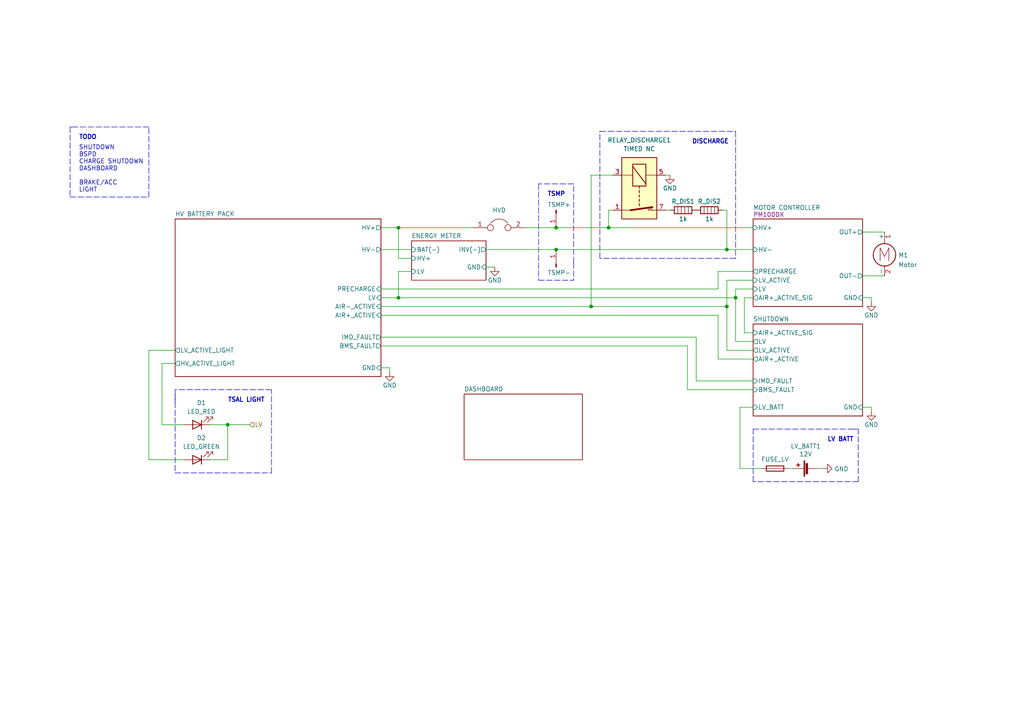
<source format=kicad_sch>
(kicad_sch (version 20211123) (generator eeschema)

  (uuid b1086f75-01ba-4188-8d36-75a9e2828ca9)

  (paper "A4")

  (lib_symbols
    (symbol "Connector:Conn_01x01_Male" (pin_names (offset 1.016) hide) (in_bom yes) (on_board yes)
      (property "Reference" "J" (id 0) (at 0 2.54 0)
        (effects (font (size 1.27 1.27)))
      )
      (property "Value" "Conn_01x01_Male" (id 1) (at 0 -2.54 0)
        (effects (font (size 1.27 1.27)))
      )
      (property "Footprint" "" (id 2) (at 0 0 0)
        (effects (font (size 1.27 1.27)) hide)
      )
      (property "Datasheet" "~" (id 3) (at 0 0 0)
        (effects (font (size 1.27 1.27)) hide)
      )
      (property "ki_keywords" "connector" (id 4) (at 0 0 0)
        (effects (font (size 1.27 1.27)) hide)
      )
      (property "ki_description" "Generic connector, single row, 01x01, script generated (kicad-library-utils/schlib/autogen/connector/)" (id 5) (at 0 0 0)
        (effects (font (size 1.27 1.27)) hide)
      )
      (property "ki_fp_filters" "Connector*:*" (id 6) (at 0 0 0)
        (effects (font (size 1.27 1.27)) hide)
      )
      (symbol "Conn_01x01_Male_1_1"
        (polyline
          (pts
            (xy 1.27 0)
            (xy 0.8636 0)
          )
          (stroke (width 0.1524) (type default) (color 0 0 0 0))
          (fill (type none))
        )
        (rectangle (start 0.8636 0.127) (end 0 -0.127)
          (stroke (width 0.1524) (type default) (color 0 0 0 0))
          (fill (type outline))
        )
        (pin passive line (at 5.08 0 180) (length 3.81)
          (name "Pin_1" (effects (font (size 1.27 1.27))))
          (number "1" (effects (font (size 1.27 1.27))))
        )
      )
    )
    (symbol "Device:Battery_Cell" (pin_numbers hide) (pin_names (offset 0) hide) (in_bom yes) (on_board yes)
      (property "Reference" "BT" (id 0) (at 2.54 2.54 0)
        (effects (font (size 1.27 1.27)) (justify left))
      )
      (property "Value" "Battery_Cell" (id 1) (at 2.54 0 0)
        (effects (font (size 1.27 1.27)) (justify left))
      )
      (property "Footprint" "" (id 2) (at 0 1.524 90)
        (effects (font (size 1.27 1.27)) hide)
      )
      (property "Datasheet" "~" (id 3) (at 0 1.524 90)
        (effects (font (size 1.27 1.27)) hide)
      )
      (property "ki_keywords" "battery cell" (id 4) (at 0 0 0)
        (effects (font (size 1.27 1.27)) hide)
      )
      (property "ki_description" "Single-cell battery" (id 5) (at 0 0 0)
        (effects (font (size 1.27 1.27)) hide)
      )
      (symbol "Battery_Cell_0_1"
        (rectangle (start -2.286 1.778) (end 2.286 1.524)
          (stroke (width 0) (type default) (color 0 0 0 0))
          (fill (type outline))
        )
        (rectangle (start -1.5748 1.1938) (end 1.4732 0.6858)
          (stroke (width 0) (type default) (color 0 0 0 0))
          (fill (type outline))
        )
        (polyline
          (pts
            (xy 0 0.762)
            (xy 0 0)
          )
          (stroke (width 0) (type default) (color 0 0 0 0))
          (fill (type none))
        )
        (polyline
          (pts
            (xy 0 1.778)
            (xy 0 2.54)
          )
          (stroke (width 0) (type default) (color 0 0 0 0))
          (fill (type none))
        )
        (polyline
          (pts
            (xy 0.508 3.429)
            (xy 1.524 3.429)
          )
          (stroke (width 0.254) (type default) (color 0 0 0 0))
          (fill (type none))
        )
        (polyline
          (pts
            (xy 1.016 3.937)
            (xy 1.016 2.921)
          )
          (stroke (width 0.254) (type default) (color 0 0 0 0))
          (fill (type none))
        )
      )
      (symbol "Battery_Cell_1_1"
        (pin passive line (at 0 5.08 270) (length 2.54)
          (name "+" (effects (font (size 1.27 1.27))))
          (number "1" (effects (font (size 1.27 1.27))))
        )
        (pin passive line (at 0 -2.54 90) (length 2.54)
          (name "-" (effects (font (size 1.27 1.27))))
          (number "2" (effects (font (size 1.27 1.27))))
        )
      )
    )
    (symbol "Device:Fuse" (pin_numbers hide) (pin_names (offset 0)) (in_bom yes) (on_board yes)
      (property "Reference" "F" (id 0) (at 2.032 0 90)
        (effects (font (size 1.27 1.27)))
      )
      (property "Value" "Fuse" (id 1) (at -1.905 0 90)
        (effects (font (size 1.27 1.27)))
      )
      (property "Footprint" "" (id 2) (at -1.778 0 90)
        (effects (font (size 1.27 1.27)) hide)
      )
      (property "Datasheet" "~" (id 3) (at 0 0 0)
        (effects (font (size 1.27 1.27)) hide)
      )
      (property "ki_keywords" "fuse" (id 4) (at 0 0 0)
        (effects (font (size 1.27 1.27)) hide)
      )
      (property "ki_description" "Fuse" (id 5) (at 0 0 0)
        (effects (font (size 1.27 1.27)) hide)
      )
      (property "ki_fp_filters" "*Fuse*" (id 6) (at 0 0 0)
        (effects (font (size 1.27 1.27)) hide)
      )
      (symbol "Fuse_0_1"
        (rectangle (start -0.762 -2.54) (end 0.762 2.54)
          (stroke (width 0.254) (type default) (color 0 0 0 0))
          (fill (type none))
        )
        (polyline
          (pts
            (xy 0 2.54)
            (xy 0 -2.54)
          )
          (stroke (width 0) (type default) (color 0 0 0 0))
          (fill (type none))
        )
      )
      (symbol "Fuse_1_1"
        (pin passive line (at 0 3.81 270) (length 1.27)
          (name "~" (effects (font (size 1.27 1.27))))
          (number "1" (effects (font (size 1.27 1.27))))
        )
        (pin passive line (at 0 -3.81 90) (length 1.27)
          (name "~" (effects (font (size 1.27 1.27))))
          (number "2" (effects (font (size 1.27 1.27))))
        )
      )
    )
    (symbol "Device:Heater" (pin_numbers hide) (pin_names (offset 0)) (in_bom yes) (on_board yes)
      (property "Reference" "R" (id 0) (at 2.032 0 90)
        (effects (font (size 1.27 1.27)))
      )
      (property "Value" "Heater" (id 1) (at -2.032 0 90)
        (effects (font (size 1.27 1.27)))
      )
      (property "Footprint" "" (id 2) (at -1.778 0 90)
        (effects (font (size 1.27 1.27)) hide)
      )
      (property "Datasheet" "~" (id 3) (at 0 0 0)
        (effects (font (size 1.27 1.27)) hide)
      )
      (property "ki_keywords" "heater R resistor" (id 4) (at 0 0 0)
        (effects (font (size 1.27 1.27)) hide)
      )
      (property "ki_description" "Resistive heater" (id 5) (at 0 0 0)
        (effects (font (size 1.27 1.27)) hide)
      )
      (symbol "Heater_0_1"
        (rectangle (start -1.016 -2.54) (end 1.016 2.54)
          (stroke (width 0.254) (type default) (color 0 0 0 0))
          (fill (type none))
        )
        (polyline
          (pts
            (xy -1.016 1.524)
            (xy 1.016 1.524)
          )
          (stroke (width 0) (type default) (color 0 0 0 0))
          (fill (type none))
        )
        (polyline
          (pts
            (xy 1.016 -1.524)
            (xy -1.016 -1.524)
          )
          (stroke (width 0) (type default) (color 0 0 0 0))
          (fill (type none))
        )
        (polyline
          (pts
            (xy 1.016 -0.508)
            (xy -1.016 -0.508)
          )
          (stroke (width 0) (type default) (color 0 0 0 0))
          (fill (type none))
        )
        (polyline
          (pts
            (xy 1.016 0.508)
            (xy -1.016 0.508)
          )
          (stroke (width 0) (type default) (color 0 0 0 0))
          (fill (type none))
        )
      )
      (symbol "Heater_1_1"
        (pin passive line (at 0 3.81 270) (length 1.27)
          (name "~" (effects (font (size 1.27 1.27))))
          (number "1" (effects (font (size 1.27 1.27))))
        )
        (pin passive line (at 0 -3.81 90) (length 1.27)
          (name "~" (effects (font (size 1.27 1.27))))
          (number "2" (effects (font (size 1.27 1.27))))
        )
      )
    )
    (symbol "Device:Jumper" (pin_names (offset 0.762) hide) (in_bom yes) (on_board yes)
      (property "Reference" "JP" (id 0) (at 0 3.81 0)
        (effects (font (size 1.27 1.27)))
      )
      (property "Value" "Device_Jumper" (id 1) (at 0 -2.032 0)
        (effects (font (size 1.27 1.27)))
      )
      (property "Footprint" "" (id 2) (at 0 0 0)
        (effects (font (size 1.27 1.27)) hide)
      )
      (property "Datasheet" "" (id 3) (at 0 0 0)
        (effects (font (size 1.27 1.27)) hide)
      )
      (property "ki_fp_filters" "SolderJumper* Jumper* TestPoint*2Pads* TestPoint*Bridge*" (id 4) (at 0 0 0)
        (effects (font (size 1.27 1.27)) hide)
      )
      (symbol "Jumper_0_1"
        (circle (center -2.54 0) (radius 0.889)
          (stroke (width 0) (type default) (color 0 0 0 0))
          (fill (type none))
        )
        (arc (start 2.5146 1.27) (mid 0.0127 2.5097) (end -2.4892 1.27)
          (stroke (width 0) (type default) (color 0 0 0 0))
          (fill (type none))
        )
        (circle (center 2.54 0) (radius 0.889)
          (stroke (width 0) (type default) (color 0 0 0 0))
          (fill (type none))
        )
        (pin passive line (at -7.62 0 0) (length 4.191)
          (name "1" (effects (font (size 1.27 1.27))))
          (number "1" (effects (font (size 1.27 1.27))))
        )
        (pin passive line (at 7.62 0 180) (length 4.191)
          (name "2" (effects (font (size 1.27 1.27))))
          (number "2" (effects (font (size 1.27 1.27))))
        )
      )
    )
    (symbol "Device:LED" (pin_numbers hide) (pin_names (offset 1.016) hide) (in_bom yes) (on_board yes)
      (property "Reference" "D" (id 0) (at 0 2.54 0)
        (effects (font (size 1.27 1.27)))
      )
      (property "Value" "LED" (id 1) (at 0 -2.54 0)
        (effects (font (size 1.27 1.27)))
      )
      (property "Footprint" "" (id 2) (at 0 0 0)
        (effects (font (size 1.27 1.27)) hide)
      )
      (property "Datasheet" "~" (id 3) (at 0 0 0)
        (effects (font (size 1.27 1.27)) hide)
      )
      (property "ki_keywords" "LED diode" (id 4) (at 0 0 0)
        (effects (font (size 1.27 1.27)) hide)
      )
      (property "ki_description" "Light emitting diode" (id 5) (at 0 0 0)
        (effects (font (size 1.27 1.27)) hide)
      )
      (property "ki_fp_filters" "LED* LED_SMD:* LED_THT:*" (id 6) (at 0 0 0)
        (effects (font (size 1.27 1.27)) hide)
      )
      (symbol "LED_0_1"
        (polyline
          (pts
            (xy -1.27 -1.27)
            (xy -1.27 1.27)
          )
          (stroke (width 0.254) (type default) (color 0 0 0 0))
          (fill (type none))
        )
        (polyline
          (pts
            (xy -1.27 0)
            (xy 1.27 0)
          )
          (stroke (width 0) (type default) (color 0 0 0 0))
          (fill (type none))
        )
        (polyline
          (pts
            (xy 1.27 -1.27)
            (xy 1.27 1.27)
            (xy -1.27 0)
            (xy 1.27 -1.27)
          )
          (stroke (width 0.254) (type default) (color 0 0 0 0))
          (fill (type none))
        )
        (polyline
          (pts
            (xy -3.048 -0.762)
            (xy -4.572 -2.286)
            (xy -3.81 -2.286)
            (xy -4.572 -2.286)
            (xy -4.572 -1.524)
          )
          (stroke (width 0) (type default) (color 0 0 0 0))
          (fill (type none))
        )
        (polyline
          (pts
            (xy -1.778 -0.762)
            (xy -3.302 -2.286)
            (xy -2.54 -2.286)
            (xy -3.302 -2.286)
            (xy -3.302 -1.524)
          )
          (stroke (width 0) (type default) (color 0 0 0 0))
          (fill (type none))
        )
      )
      (symbol "LED_1_1"
        (pin passive line (at -3.81 0 0) (length 2.54)
          (name "K" (effects (font (size 1.27 1.27))))
          (number "1" (effects (font (size 1.27 1.27))))
        )
        (pin passive line (at 3.81 0 180) (length 2.54)
          (name "A" (effects (font (size 1.27 1.27))))
          (number "2" (effects (font (size 1.27 1.27))))
        )
      )
    )
    (symbol "Motor:Motor_DC" (pin_names (offset 0)) (in_bom yes) (on_board yes)
      (property "Reference" "M" (id 0) (at 2.54 2.54 0)
        (effects (font (size 1.27 1.27)) (justify left))
      )
      (property "Value" "Motor_DC" (id 1) (at 2.54 -5.08 0)
        (effects (font (size 1.27 1.27)) (justify left top))
      )
      (property "Footprint" "" (id 2) (at 0 -2.286 0)
        (effects (font (size 1.27 1.27)) hide)
      )
      (property "Datasheet" "~" (id 3) (at 0 -2.286 0)
        (effects (font (size 1.27 1.27)) hide)
      )
      (property "ki_keywords" "DC Motor" (id 4) (at 0 0 0)
        (effects (font (size 1.27 1.27)) hide)
      )
      (property "ki_description" "DC Motor" (id 5) (at 0 0 0)
        (effects (font (size 1.27 1.27)) hide)
      )
      (property "ki_fp_filters" "PinHeader*P2.54mm* TerminalBlock*" (id 6) (at 0 0 0)
        (effects (font (size 1.27 1.27)) hide)
      )
      (symbol "Motor_DC_0_0"
        (polyline
          (pts
            (xy -1.27 -3.302)
            (xy -1.27 0.508)
            (xy 0 -2.032)
            (xy 1.27 0.508)
            (xy 1.27 -3.302)
          )
          (stroke (width 0) (type default) (color 0 0 0 0))
          (fill (type none))
        )
      )
      (symbol "Motor_DC_0_1"
        (circle (center 0 -1.524) (radius 3.2512)
          (stroke (width 0.254) (type default) (color 0 0 0 0))
          (fill (type none))
        )
        (polyline
          (pts
            (xy 0 -7.62)
            (xy 0 -7.112)
          )
          (stroke (width 0) (type default) (color 0 0 0 0))
          (fill (type none))
        )
        (polyline
          (pts
            (xy 0 -4.7752)
            (xy 0 -5.1816)
          )
          (stroke (width 0) (type default) (color 0 0 0 0))
          (fill (type none))
        )
        (polyline
          (pts
            (xy 0 1.7272)
            (xy 0 2.0828)
          )
          (stroke (width 0) (type default) (color 0 0 0 0))
          (fill (type none))
        )
        (polyline
          (pts
            (xy 0 2.032)
            (xy 0 2.54)
          )
          (stroke (width 0) (type default) (color 0 0 0 0))
          (fill (type none))
        )
      )
      (symbol "Motor_DC_1_1"
        (pin passive line (at 0 5.08 270) (length 2.54)
          (name "+" (effects (font (size 1.27 1.27))))
          (number "1" (effects (font (size 1.27 1.27))))
        )
        (pin passive line (at 0 -7.62 90) (length 2.54)
          (name "-" (effects (font (size 1.27 1.27))))
          (number "2" (effects (font (size 1.27 1.27))))
        )
      )
    )
    (symbol "Relay:MSxx-1Bxx-75" (in_bom yes) (on_board yes)
      (property "Reference" "K" (id 0) (at 8.89 3.81 0)
        (effects (font (size 1.27 1.27)) (justify left))
      )
      (property "Value" "MSxx-1Bxx-75" (id 1) (at 8.89 1.27 0)
        (effects (font (size 1.27 1.27)) (justify left))
      )
      (property "Footprint" "Relay_THT:Relay_SPST_StandexMeder_MS_Form1AB" (id 2) (at 8.89 -1.27 0)
        (effects (font (size 1.27 1.27)) (justify left) hide)
      )
      (property "Datasheet" "https://standexelectronics.com/de/produkte/ms-reed-relais/" (id 3) (at 0 0 0)
        (effects (font (size 1.27 1.27)) hide)
      )
      (property "ki_keywords" "Single Pole Reed Relay SPST" (id 4) (at 0 0 0)
        (effects (font (size 1.27 1.27)) hide)
      )
      (property "ki_description" "Standex Meder MS reed relay, SPST, Opening Contact" (id 5) (at 0 0 0)
        (effects (font (size 1.27 1.27)) hide)
      )
      (property "ki_fp_filters" "Relay*SPST*StandexMeder*MS*Form1AB*" (id 6) (at 0 0 0)
        (effects (font (size 1.27 1.27)) hide)
      )
      (symbol "MSxx-1Bxx-75_0_0"
        (polyline
          (pts
            (xy 5.08 5.08)
            (xy 5.08 2.54)
            (xy 4.445 3.175)
            (xy 5.08 3.81)
          )
          (stroke (width 0) (type default) (color 0 0 0 0))
          (fill (type none))
        )
      )
      (symbol "MSxx-1Bxx-75_0_1"
        (rectangle (start -10.16 5.08) (end 7.62 -5.08)
          (stroke (width 0.254) (type default) (color 0 0 0 0))
          (fill (type background))
        )
        (rectangle (start -8.255 1.905) (end -1.905 -1.905)
          (stroke (width 0.254) (type default) (color 0 0 0 0))
          (fill (type none))
        )
        (polyline
          (pts
            (xy -7.62 -1.905)
            (xy -2.54 1.905)
          )
          (stroke (width 0.254) (type default) (color 0 0 0 0))
          (fill (type none))
        )
        (polyline
          (pts
            (xy -5.08 -5.08)
            (xy -5.08 -1.905)
          )
          (stroke (width 0) (type default) (color 0 0 0 0))
          (fill (type none))
        )
        (polyline
          (pts
            (xy -5.08 5.08)
            (xy -5.08 1.905)
          )
          (stroke (width 0) (type default) (color 0 0 0 0))
          (fill (type none))
        )
        (polyline
          (pts
            (xy -1.905 0)
            (xy -1.27 0)
          )
          (stroke (width 0.254) (type default) (color 0 0 0 0))
          (fill (type none))
        )
        (polyline
          (pts
            (xy -0.635 0)
            (xy 0 0)
          )
          (stroke (width 0.254) (type default) (color 0 0 0 0))
          (fill (type none))
        )
        (polyline
          (pts
            (xy 0.635 0)
            (xy 1.27 0)
          )
          (stroke (width 0.254) (type default) (color 0 0 0 0))
          (fill (type none))
        )
        (polyline
          (pts
            (xy 1.905 0)
            (xy 2.54 0)
          )
          (stroke (width 0.254) (type default) (color 0 0 0 0))
          (fill (type none))
        )
        (polyline
          (pts
            (xy 3.175 0)
            (xy 3.81 0)
          )
          (stroke (width 0.254) (type default) (color 0 0 0 0))
          (fill (type none))
        )
        (polyline
          (pts
            (xy 5.08 -2.54)
            (xy 4.191 3.81)
          )
          (stroke (width 0.508) (type default) (color 0 0 0 0))
          (fill (type none))
        )
        (polyline
          (pts
            (xy 5.08 -2.54)
            (xy 5.08 -5.08)
          )
          (stroke (width 0) (type default) (color 0 0 0 0))
          (fill (type none))
        )
      )
      (symbol "MSxx-1Bxx-75_1_1"
        (pin passive line (at 5.08 -7.62 90) (length 2.54)
          (name "~" (effects (font (size 1.27 1.27))))
          (number "1" (effects (font (size 1.27 1.27))))
        )
        (pin passive line (at -5.08 -7.62 90) (length 2.54)
          (name "~" (effects (font (size 1.27 1.27))))
          (number "3" (effects (font (size 1.27 1.27))))
        )
        (pin passive line (at -5.08 7.62 270) (length 2.54)
          (name "~" (effects (font (size 1.27 1.27))))
          (number "5" (effects (font (size 1.27 1.27))))
        )
        (pin passive line (at 5.08 7.62 270) (length 2.54)
          (name "~" (effects (font (size 1.27 1.27))))
          (number "7" (effects (font (size 1.27 1.27))))
        )
      )
    )
    (symbol "power:GND" (power) (pin_names (offset 0)) (in_bom yes) (on_board yes)
      (property "Reference" "#PWR" (id 0) (at 0 -6.35 0)
        (effects (font (size 1.27 1.27)) hide)
      )
      (property "Value" "GND" (id 1) (at 0 -3.81 0)
        (effects (font (size 1.27 1.27)))
      )
      (property "Footprint" "" (id 2) (at 0 0 0)
        (effects (font (size 1.27 1.27)) hide)
      )
      (property "Datasheet" "" (id 3) (at 0 0 0)
        (effects (font (size 1.27 1.27)) hide)
      )
      (property "ki_keywords" "power-flag" (id 4) (at 0 0 0)
        (effects (font (size 1.27 1.27)) hide)
      )
      (property "ki_description" "Power symbol creates a global label with name \"GND\" , ground" (id 5) (at 0 0 0)
        (effects (font (size 1.27 1.27)) hide)
      )
      (symbol "GND_0_1"
        (polyline
          (pts
            (xy 0 0)
            (xy 0 -1.27)
            (xy 1.27 -1.27)
            (xy 0 -2.54)
            (xy -1.27 -1.27)
            (xy 0 -1.27)
          )
          (stroke (width 0) (type default) (color 0 0 0 0))
          (fill (type none))
        )
      )
      (symbol "GND_1_1"
        (pin power_in line (at 0 0 270) (length 0) hide
          (name "GND" (effects (font (size 1.27 1.27))))
          (number "1" (effects (font (size 1.27 1.27))))
        )
      )
    )
  )

  (junction (at 210.82 88.9) (diameter 0) (color 0 0 0 0)
    (uuid 06d02cfe-cca7-4537-9918-2ecd54e87125)
  )
  (junction (at 161.29 66.04) (diameter 0) (color 0 0 0 0)
    (uuid 07baaf2f-e443-4828-bec6-520c974bde25)
  )
  (junction (at 115.57 66.04) (diameter 0) (color 0 0 0 0)
    (uuid 5ba7d947-6525-4be2-970f-bb0d0cddf968)
  )
  (junction (at 171.45 88.9) (diameter 0) (color 0 0 0 0)
    (uuid 6f71588d-d0f9-4350-8a6b-d1f11e53fb71)
  )
  (junction (at 176.53 66.04) (diameter 0) (color 0 0 0 0)
    (uuid 9ca0e6b3-08af-4abb-82a9-408402f0d99f)
  )
  (junction (at 161.29 72.39) (diameter 0) (color 0 0 0 0)
    (uuid bbbf04a5-3880-4668-8200-87e9e298f199)
  )
  (junction (at 213.36 86.36) (diameter 0) (color 0 0 0 0)
    (uuid bf4901db-5f31-4972-ae0f-a98dae05f33a)
  )
  (junction (at 66.04 123.19) (diameter 0) (color 0 0 0 0)
    (uuid d4c9eb35-8450-46ad-b349-537ded4cc4e1)
  )
  (junction (at 210.82 72.39) (diameter 0) (color 0 0 0 0)
    (uuid e1799d81-7c26-4820-b55e-53db89fa7bb0)
  )
  (junction (at 115.57 86.36) (diameter 0) (color 0 0 0 0)
    (uuid f85141d5-5da6-4508-807b-c762cb3447c0)
  )

  (wire (pts (xy 115.57 78.74) (xy 115.57 86.36))
    (stroke (width 0) (type default) (color 0 0 0 0))
    (uuid 0438b46a-aa4c-4446-a9e9-839abbcc7adf)
  )
  (wire (pts (xy 176.53 66.04) (xy 218.44 66.04))
    (stroke (width 0) (type default) (color 0 0 0 0))
    (uuid 0f9ff346-23d5-483d-af89-5eab06a51fd9)
  )
  (wire (pts (xy 115.57 66.04) (xy 137.16 66.04))
    (stroke (width 0) (type default) (color 0 0 0 0))
    (uuid 15078d56-198c-4e31-a147-7203d161cb24)
  )
  (wire (pts (xy 208.28 104.14) (xy 218.44 104.14))
    (stroke (width 0) (type default) (color 0 0 0 0))
    (uuid 19327beb-dbfe-42fb-9ddd-21fa62be548c)
  )
  (wire (pts (xy 214.63 135.89) (xy 220.98 135.89))
    (stroke (width 0) (type default) (color 0 0 0 0))
    (uuid 1b131047-c0d0-4158-a199-627c6c24bebc)
  )
  (wire (pts (xy 161.29 72.39) (xy 210.82 72.39))
    (stroke (width 0) (type default) (color 0 0 0 0))
    (uuid 1cc4c2e5-26ef-407e-8077-cc3d440f4ca6)
  )
  (wire (pts (xy 43.18 133.35) (xy 53.34 133.35))
    (stroke (width 0) (type default) (color 0 0 0 0))
    (uuid 1d087588-914c-46fd-9425-9a611535f074)
  )
  (wire (pts (xy 176.53 60.96) (xy 176.53 66.04))
    (stroke (width 0) (type default) (color 0 0 0 0))
    (uuid 1edf8881-bdca-41e0-b3d5-9c561858087a)
  )
  (wire (pts (xy 218.44 86.36) (xy 215.9 86.36))
    (stroke (width 0) (type default) (color 0 0 0 0))
    (uuid 20ff8b31-80c5-4a86-8d1e-81e2a51cc0a5)
  )
  (wire (pts (xy 171.45 88.9) (xy 210.82 88.9))
    (stroke (width 0) (type default) (color 0 0 0 0))
    (uuid 21a465c8-5458-4a38-9beb-b1a719cbd649)
  )
  (polyline (pts (xy 166.37 76.2) (xy 166.37 81.28))
    (stroke (width 0) (type default) (color 0 0 0 0))
    (uuid 2f08ecff-0a5b-47bb-8228-3c3edb456567)
  )

  (wire (pts (xy 110.49 66.04) (xy 115.57 66.04))
    (stroke (width 0) (type default) (color 0 0 0 0))
    (uuid 33fe4010-5324-4030-8812-131e23b98123)
  )
  (wire (pts (xy 113.03 106.68) (xy 113.03 107.95))
    (stroke (width 0) (type default) (color 0 0 0 0))
    (uuid 35152c70-edb9-4f4e-81b0-dc46a5c8521a)
  )
  (wire (pts (xy 250.19 118.11) (xy 252.73 118.11))
    (stroke (width 0) (type default) (color 0 0 0 0))
    (uuid 3973a2ca-64dc-4c04-a866-cd7d9f67b119)
  )
  (wire (pts (xy 210.82 72.39) (xy 218.44 72.39))
    (stroke (width 0) (type default) (color 0 0 0 0))
    (uuid 40fda6d7-868f-489b-8dbf-3391588bb24b)
  )
  (polyline (pts (xy 213.36 74.93) (xy 173.99 74.93))
    (stroke (width 0) (type default) (color 0 0 0 0))
    (uuid 425be700-9a16-40e1-8659-416a6c0fc057)
  )

  (wire (pts (xy 152.4 66.04) (xy 161.29 66.04))
    (stroke (width 0) (type default) (color 0 0 0 0))
    (uuid 456d6b9b-907b-40b2-b98e-e81f3ba2249e)
  )
  (wire (pts (xy 50.8 105.41) (xy 46.99 105.41))
    (stroke (width 0) (type default) (color 0 0 0 0))
    (uuid 4fdf4c42-4d44-4f60-924f-c7bbbfdec28e)
  )
  (wire (pts (xy 199.39 100.33) (xy 199.39 113.03))
    (stroke (width 0) (type default) (color 0 0 0 0))
    (uuid 52f688da-92fd-4d5f-825d-25105785cebe)
  )
  (polyline (pts (xy 50.8 137.16) (xy 78.74 137.16))
    (stroke (width 0) (type default) (color 0 0 0 0))
    (uuid 531f1a26-5332-4c0c-84aa-8af3f4b60116)
  )

  (wire (pts (xy 50.8 101.6) (xy 43.18 101.6))
    (stroke (width 0) (type default) (color 0 0 0 0))
    (uuid 53632333-82bd-4c96-8660-2c2d344b430a)
  )
  (wire (pts (xy 110.49 97.79) (xy 201.93 97.79))
    (stroke (width 0) (type default) (color 0 0 0 0))
    (uuid 57137efd-14f1-4e31-9fb4-6ba23f92039a)
  )
  (polyline (pts (xy 173.99 74.93) (xy 173.99 38.1))
    (stroke (width 0) (type default) (color 0 0 0 0))
    (uuid 5717a1ae-3bbc-4ae7-9e7c-14c63bc98bf8)
  )

  (wire (pts (xy 140.97 72.39) (xy 161.29 72.39))
    (stroke (width 0) (type default) (color 0 0 0 0))
    (uuid 58bd2f24-2297-460e-aec8-a0fc26a9e60d)
  )
  (wire (pts (xy 115.57 74.93) (xy 115.57 66.04))
    (stroke (width 0) (type default) (color 0 0 0 0))
    (uuid 5ac27c3b-4807-4d5a-a421-cf43f86d6c42)
  )
  (wire (pts (xy 218.44 83.82) (xy 213.36 83.82))
    (stroke (width 0) (type default) (color 0 0 0 0))
    (uuid 5bf7999b-6e78-4060-82f9-633d63816837)
  )
  (polyline (pts (xy 166.37 53.34) (xy 156.21 53.34))
    (stroke (width 0) (type default) (color 0 0 0 0))
    (uuid 5c29d0e3-5c19-42e3-9cb0-ab59f2a964e3)
  )

  (wire (pts (xy 215.9 96.52) (xy 218.44 96.52))
    (stroke (width 0) (type default) (color 0 0 0 0))
    (uuid 5d6194ea-0048-4aa2-baf6-83c49af303eb)
  )
  (polyline (pts (xy 78.74 113.03) (xy 50.8 113.03))
    (stroke (width 0) (type default) (color 0 0 0 0))
    (uuid 6b8dbea0-1cda-4259-b9e0-9a194a350118)
  )

  (wire (pts (xy 250.19 80.01) (xy 256.54 80.01))
    (stroke (width 0) (type default) (color 0 0 0 0))
    (uuid 6d13558a-bab6-43d2-9e28-f7a44ce5b9f2)
  )
  (wire (pts (xy 250.19 86.36) (xy 252.73 86.36))
    (stroke (width 0) (type default) (color 0 0 0 0))
    (uuid 6df75290-6f71-4680-ae76-570a0551f854)
  )
  (wire (pts (xy 210.82 101.6) (xy 218.44 101.6))
    (stroke (width 0) (type default) (color 0 0 0 0))
    (uuid 6e34ad72-84b0-43cd-9692-b621fbc18fc5)
  )
  (wire (pts (xy 210.82 81.28) (xy 210.82 88.9))
    (stroke (width 0) (type default) (color 0 0 0 0))
    (uuid 7295f026-e714-4fed-83de-d8ab4e5c7dc5)
  )
  (wire (pts (xy 66.04 133.35) (xy 66.04 123.19))
    (stroke (width 0) (type default) (color 0 0 0 0))
    (uuid 74e3571a-69f5-4a12-bccc-190e048ec288)
  )
  (wire (pts (xy 213.36 99.06) (xy 218.44 99.06))
    (stroke (width 0) (type default) (color 0 0 0 0))
    (uuid 7856dbab-82da-4301-bd37-e5815b4d8ce1)
  )
  (wire (pts (xy 213.36 83.82) (xy 213.36 86.36))
    (stroke (width 0) (type default) (color 0 0 0 0))
    (uuid 7e5c0cbd-a675-467e-8a84-aeecf13cdb00)
  )
  (wire (pts (xy 60.96 133.35) (xy 66.04 133.35))
    (stroke (width 0) (type default) (color 0 0 0 0))
    (uuid 7ee36005-a9f0-4b4b-93b7-0a5593fed24c)
  )
  (wire (pts (xy 46.99 123.19) (xy 53.34 123.19))
    (stroke (width 0) (type default) (color 0 0 0 0))
    (uuid 80a49520-e9b7-4cc7-a17f-0dfffc7b6f11)
  )
  (polyline (pts (xy 50.8 113.03) (xy 50.8 116.84))
    (stroke (width 0) (type default) (color 0 0 0 0))
    (uuid 80dc3322-2db2-4c80-a1aa-c2eb8d02b694)
  )
  (polyline (pts (xy 43.18 36.83) (xy 21.59 36.83))
    (stroke (width 0) (type default) (color 0 0 0 0))
    (uuid 81add7fe-d282-48ad-b1a4-5eb19ef01e13)
  )
  (polyline (pts (xy 43.18 57.15) (xy 43.18 36.83))
    (stroke (width 0) (type default) (color 0 0 0 0))
    (uuid 82e4de7c-3e9b-4349-b101-0d3716a4bc8a)
  )

  (wire (pts (xy 209.55 60.96) (xy 210.82 60.96))
    (stroke (width 0) (type default) (color 0 0 0 0))
    (uuid 84cfb74c-8134-4524-ba22-cd98ea4d511e)
  )
  (wire (pts (xy 119.38 74.93) (xy 115.57 74.93))
    (stroke (width 0) (type default) (color 0 0 0 0))
    (uuid 8d7d4c95-5e2a-4e9c-a92a-fc492e1c937b)
  )
  (wire (pts (xy 110.49 100.33) (xy 199.39 100.33))
    (stroke (width 0) (type default) (color 0 0 0 0))
    (uuid 8e1f1bfe-abee-42ed-b6bf-a7224d7c3c82)
  )
  (wire (pts (xy 119.38 78.74) (xy 115.57 78.74))
    (stroke (width 0) (type default) (color 0 0 0 0))
    (uuid 8f22dc58-4a57-4fb1-815e-8e0d3c73ae03)
  )
  (polyline (pts (xy 21.59 36.83) (xy 20.32 36.83))
    (stroke (width 0) (type default) (color 0 0 0 0))
    (uuid 915c6f9d-c5cb-4ab2-b0b9-4bee97cc75b1)
  )

  (wire (pts (xy 218.44 81.28) (xy 210.82 81.28))
    (stroke (width 0) (type default) (color 0 0 0 0))
    (uuid 92e4bbbd-a7c1-4ca3-9da2-bff6a5bed64c)
  )
  (wire (pts (xy 229.87 135.89) (xy 228.6 135.89))
    (stroke (width 0) (type default) (color 0 0 0 0))
    (uuid 9356f525-55ab-431a-b4b9-0b49583fe2f3)
  )
  (wire (pts (xy 115.57 86.36) (xy 213.36 86.36))
    (stroke (width 0) (type default) (color 0 0 0 0))
    (uuid 95a87cf2-d2a7-45a3-b497-8171a0e6cc61)
  )
  (wire (pts (xy 201.93 97.79) (xy 201.93 110.49))
    (stroke (width 0) (type default) (color 0 0 0 0))
    (uuid 9734848b-2dc1-4417-9699-1b65344354ad)
  )
  (wire (pts (xy 252.73 118.11) (xy 252.73 119.38))
    (stroke (width 0) (type default) (color 0 0 0 0))
    (uuid 98182779-80a8-476f-ae21-57cc3799bcde)
  )
  (wire (pts (xy 210.82 60.96) (xy 210.82 72.39))
    (stroke (width 0) (type default) (color 0 0 0 0))
    (uuid 9f422c58-39dd-4a97-bd54-d3b08746f9f7)
  )
  (polyline (pts (xy 20.32 57.15) (xy 43.18 57.15))
    (stroke (width 0) (type default) (color 0 0 0 0))
    (uuid a00b5100-532f-4bcf-9b19-dbc6b1961c90)
  )

  (wire (pts (xy 43.18 101.6) (xy 43.18 133.35))
    (stroke (width 0) (type default) (color 0 0 0 0))
    (uuid a00ff390-de05-4a5c-9132-ae47de05f702)
  )
  (polyline (pts (xy 156.21 81.28) (xy 166.37 81.28))
    (stroke (width 0) (type default) (color 0 0 0 0))
    (uuid a0d345f4-848d-456a-b227-989518c13398)
  )
  (polyline (pts (xy 248.92 124.46) (xy 247.65 124.46))
    (stroke (width 0) (type default) (color 0 0 0 0))
    (uuid a250cabc-fb15-4f81-98f2-90e1b2389f19)
  )

  (wire (pts (xy 161.29 66.04) (xy 176.53 66.04))
    (stroke (width 0) (type default) (color 0 0 0 0))
    (uuid a43835cd-bab7-4b16-88bb-ee6a98b83b48)
  )
  (wire (pts (xy 66.04 123.19) (xy 72.39 123.19))
    (stroke (width 0) (type default) (color 0 0 0 0))
    (uuid a4eac11d-f8d3-43a2-832e-a50e66369fe3)
  )
  (wire (pts (xy 210.82 88.9) (xy 210.82 101.6))
    (stroke (width 0) (type default) (color 0 0 0 0))
    (uuid a9788bcf-f23f-4db8-baec-eb6e6f695f1d)
  )
  (wire (pts (xy 237.49 135.89) (xy 238.76 135.89))
    (stroke (width 0) (type default) (color 0 0 0 0))
    (uuid ac214aeb-84e7-48e0-a67b-94412d59b137)
  )
  (polyline (pts (xy 78.74 137.16) (xy 78.74 113.03))
    (stroke (width 0) (type default) (color 0 0 0 0))
    (uuid b0ffe9c6-9f8e-405d-92b3-abd20f0c9a57)
  )
  (polyline (pts (xy 166.37 76.2) (xy 166.37 53.34))
    (stroke (width 0) (type default) (color 0 0 0 0))
    (uuid b18c07d0-69dc-4fbc-aae3-253af23e12ce)
  )

  (wire (pts (xy 177.8 50.8) (xy 171.45 50.8))
    (stroke (width 0) (type default) (color 0 0 0 0))
    (uuid b20e7acf-bacd-4de7-95df-1f2651cc2019)
  )
  (wire (pts (xy 201.93 110.49) (xy 218.44 110.49))
    (stroke (width 0) (type default) (color 0 0 0 0))
    (uuid ba7627f3-9269-4263-84da-6e5918d17f68)
  )
  (wire (pts (xy 194.31 50.8) (xy 193.04 50.8))
    (stroke (width 0) (type default) (color 0 0 0 0))
    (uuid c1812c27-dd33-430a-bd4a-f599cbb9ca02)
  )
  (wire (pts (xy 110.49 86.36) (xy 115.57 86.36))
    (stroke (width 0) (type default) (color 0 0 0 0))
    (uuid c2ac5eb3-d61d-41e5-8d98-05d669aabd73)
  )
  (wire (pts (xy 208.28 78.74) (xy 208.28 83.82))
    (stroke (width 0) (type default) (color 0 0 0 0))
    (uuid c318c389-2ee1-470c-91f8-8e7f659f9981)
  )
  (wire (pts (xy 208.28 91.44) (xy 208.28 104.14))
    (stroke (width 0) (type default) (color 0 0 0 0))
    (uuid c5603039-24d4-4c69-aa6b-7323b27fa478)
  )
  (polyline (pts (xy 50.8 114.3) (xy 50.8 137.16))
    (stroke (width 0) (type default) (color 0 0 0 0))
    (uuid c58eeac0-df45-4d83-8e62-c941ba77186c)
  )

  (wire (pts (xy 218.44 113.03) (xy 199.39 113.03))
    (stroke (width 0) (type default) (color 0 0 0 0))
    (uuid c9cc6fad-f0e5-4bbf-a3bf-7e190340c6ec)
  )
  (wire (pts (xy 218.44 78.74) (xy 208.28 78.74))
    (stroke (width 0) (type default) (color 0 0 0 0))
    (uuid ce27a73b-1313-4daf-ad23-f177c77be323)
  )
  (wire (pts (xy 252.73 86.36) (xy 252.73 87.63))
    (stroke (width 0) (type default) (color 0 0 0 0))
    (uuid d01cab81-0611-4a1c-8176-5c4959ee2126)
  )
  (polyline (pts (xy 173.99 38.1) (xy 176.53 38.1))
    (stroke (width 0) (type default) (color 0 0 0 0))
    (uuid d2319136-5e31-4ad1-9a0e-5532e1cbc0cc)
  )

  (wire (pts (xy 110.49 88.9) (xy 171.45 88.9))
    (stroke (width 0) (type default) (color 0 0 0 0))
    (uuid d2a19b39-e1c6-425f-94f0-0090ae45c9e4)
  )
  (polyline (pts (xy 218.44 124.46) (xy 247.65 124.46))
    (stroke (width 0) (type default) (color 0 0 0 0))
    (uuid d57458ff-c1c2-4dd6-9d1e-6f95c677eef1)
  )
  (polyline (pts (xy 156.21 53.34) (xy 156.21 81.28))
    (stroke (width 0) (type default) (color 0 0 0 0))
    (uuid d9b64893-deac-4c99-af91-8a9398f9e5ca)
  )

  (wire (pts (xy 110.49 72.39) (xy 119.38 72.39))
    (stroke (width 0) (type default) (color 0 0 0 0))
    (uuid da0b93a7-71cb-4f81-b753-ef750e268679)
  )
  (wire (pts (xy 140.97 77.47) (xy 143.51 77.47))
    (stroke (width 0) (type default) (color 0 0 0 0))
    (uuid dce12b6b-5da6-469d-b7e3-1e438c6d67c5)
  )
  (wire (pts (xy 110.49 91.44) (xy 208.28 91.44))
    (stroke (width 0) (type default) (color 0 0 0 0))
    (uuid dd4b76e8-87e2-4b83-ae20-7e2f6d8e9b55)
  )
  (wire (pts (xy 177.8 60.96) (xy 176.53 60.96))
    (stroke (width 0) (type default) (color 0 0 0 0))
    (uuid e27e919c-aee7-4531-a49f-1016805d3304)
  )
  (wire (pts (xy 215.9 86.36) (xy 215.9 96.52))
    (stroke (width 0) (type default) (color 0 0 0 0))
    (uuid e742f0db-ed13-4ed0-8f2c-bffc718e880f)
  )
  (wire (pts (xy 66.04 123.19) (xy 60.96 123.19))
    (stroke (width 0) (type default) (color 0 0 0 0))
    (uuid e7cf313c-607e-432a-9d13-6b2f9c572b6c)
  )
  (wire (pts (xy 250.19 67.31) (xy 256.54 67.31))
    (stroke (width 0) (type default) (color 0 0 0 0))
    (uuid e7e22824-fab2-47fc-a944-0405a519beea)
  )
  (polyline (pts (xy 248.92 139.7) (xy 248.92 124.46))
    (stroke (width 0) (type default) (color 0 0 0 0))
    (uuid e9358568-06b7-4a2f-ae43-5909d38d7468)
  )

  (wire (pts (xy 214.63 118.11) (xy 214.63 135.89))
    (stroke (width 0) (type default) (color 0 0 0 0))
    (uuid ecfaf9bf-47c8-4a11-ad78-aa14fc1682b1)
  )
  (wire (pts (xy 213.36 86.36) (xy 213.36 99.06))
    (stroke (width 0) (type default) (color 0 0 0 0))
    (uuid f01404dd-2823-4116-bc4d-f846ac080ce8)
  )
  (polyline (pts (xy 213.36 38.1) (xy 213.36 74.93))
    (stroke (width 0) (type default) (color 0 0 0 0))
    (uuid f05e9c13-7102-4781-80e1-87a663ada006)
  )
  (polyline (pts (xy 20.32 36.83) (xy 20.32 57.15))
    (stroke (width 0) (type default) (color 0 0 0 0))
    (uuid f170ce98-75c5-463f-a3c9-08b288c17e48)
  )

  (wire (pts (xy 110.49 83.82) (xy 208.28 83.82))
    (stroke (width 0) (type default) (color 0 0 0 0))
    (uuid f2b23466-6611-492f-a664-f9ac1effaf69)
  )
  (wire (pts (xy 171.45 50.8) (xy 171.45 88.9))
    (stroke (width 0) (type default) (color 0 0 0 0))
    (uuid f33c136f-461d-433a-8135-0e8015948345)
  )
  (wire (pts (xy 194.31 60.96) (xy 193.04 60.96))
    (stroke (width 0) (type default) (color 0 0 0 0))
    (uuid f3b44d6a-be3a-4cd4-bf7c-49429298a9a5)
  )
  (polyline (pts (xy 176.53 38.1) (xy 213.36 38.1))
    (stroke (width 0) (type default) (color 0 0 0 0))
    (uuid f53f9cc5-08e7-4513-bb04-178e74f450b8)
  )

  (wire (pts (xy 110.49 106.68) (xy 113.03 106.68))
    (stroke (width 0) (type default) (color 0 0 0 0))
    (uuid f6664f83-73ca-4b1b-ac5f-0a6cb1699b96)
  )
  (wire (pts (xy 46.99 105.41) (xy 46.99 123.19))
    (stroke (width 0) (type default) (color 0 0 0 0))
    (uuid f9914e33-e596-42a6-b1d4-4a721c6e9527)
  )
  (polyline (pts (xy 218.44 139.7) (xy 218.44 124.46))
    (stroke (width 0) (type default) (color 0 0 0 0))
    (uuid fe07a30a-dbe3-4502-b29e-52f66d89b06f)
  )

  (wire (pts (xy 218.44 118.11) (xy 214.63 118.11))
    (stroke (width 0) (type default) (color 0 0 0 0))
    (uuid fe8f21dc-53fa-410e-92a2-4800626bea7c)
  )
  (polyline (pts (xy 248.92 139.7) (xy 218.44 139.7))
    (stroke (width 0) (type default) (color 0 0 0 0))
    (uuid ff28309e-0ce7-4ce4-a752-9d4fe85e17b7)
  )

  (text "DISCHARGE" (at 200.66 41.91 0)
    (effects (font (size 1.27 1.27) (thickness 0.254) bold) (justify left bottom))
    (uuid 40f2450f-d077-43bd-8342-777805a2c59d)
  )
  (text "LV BATT" (at 247.65 128.27 180)
    (effects (font (size 1.27 1.27) (thickness 0.254) bold) (justify right bottom))
    (uuid 5e46584d-d07c-4e56-9ad7-f98de985e73a)
  )
  (text "SHUTDOWN\nBSPD\nCHARGE SHUTDOWN\nDASHBOARD\n\nBRAKE/ACC\nLIGHT"
    (at 22.86 55.88 0)
    (effects (font (size 1.27 1.27)) (justify left bottom))
    (uuid 84f7c358-759d-4b22-a7f2-11175de5b172)
  )
  (text "TSAL LIGHT" (at 66.04 116.84 0)
    (effects (font (size 1.27 1.27) bold) (justify left bottom))
    (uuid cce406a9-d5df-4ce6-b5ba-d2ac937b1934)
  )
  (text "TODO\n" (at 22.86 40.64 0)
    (effects (font (size 1.27 1.27) bold) (justify left bottom))
    (uuid e5f436f6-602e-421d-bd4e-33753e33cd20)
  )
  (text "TSMP" (at 158.75 57.15 0)
    (effects (font (size 1.27 1.27) bold) (justify left bottom))
    (uuid ec93b1c0-e1f8-4aea-9641-1596a2fa96a1)
  )

  (hierarchical_label "LV" (shape input) (at 72.39 123.19 0)
    (effects (font (size 1.27 1.27)) (justify left))
    (uuid 43ef9be4-bede-46e8-89f3-bcb2d5ad8683)
  )

  (symbol (lib_id "Device:Jumper") (at 144.78 66.04 0) (unit 1)
    (in_bom yes) (on_board yes)
    (uuid 20830d72-2f1f-42c0-be26-cbab2de6f22e)
    (property "Reference" "JP?" (id 0) (at 144.78 71.755 0)
      (effects (font (size 1.27 1.27)) hide)
    )
    (property "Value" "HVD" (id 1) (at 144.78 60.96 0))
    (property "Footprint" "" (id 2) (at 144.78 66.04 0)
      (effects (font (size 1.27 1.27)) hide)
    )
    (property "Datasheet" "~" (id 3) (at 144.78 66.04 0)
      (effects (font (size 1.27 1.27)) hide)
    )
    (pin "1" (uuid 7aa8e01e-362e-465d-bb51-250a2b1f1e06))
    (pin "2" (uuid 32da49fa-05cb-4fd0-8779-8d0e37c57052))
  )

  (symbol (lib_id "power:GND") (at 143.51 77.47 0) (unit 1)
    (in_bom yes) (on_board yes)
    (uuid 2409b73c-4c03-4d6c-b91f-2c5545cf1dbc)
    (property "Reference" "#PWR?" (id 0) (at 143.51 83.82 0)
      (effects (font (size 1.27 1.27)) hide)
    )
    (property "Value" "GND" (id 1) (at 143.51 81.28 0))
    (property "Footprint" "" (id 2) (at 143.51 77.47 0)
      (effects (font (size 1.27 1.27)) hide)
    )
    (property "Datasheet" "" (id 3) (at 143.51 77.47 0)
      (effects (font (size 1.27 1.27)) hide)
    )
    (pin "1" (uuid fe3886a8-430b-407d-8a7a-d0d807133ede))
  )

  (symbol (lib_id "power:GND") (at 194.31 50.8 0) (unit 1)
    (in_bom yes) (on_board yes)
    (uuid 2f1f886c-37be-4c7a-ad3a-b863fbbc6fa2)
    (property "Reference" "#PWR?" (id 0) (at 194.31 57.15 0)
      (effects (font (size 1.27 1.27)) hide)
    )
    (property "Value" "GND" (id 1) (at 194.31 54.61 0))
    (property "Footprint" "" (id 2) (at 194.31 50.8 0)
      (effects (font (size 1.27 1.27)) hide)
    )
    (property "Datasheet" "" (id 3) (at 194.31 50.8 0)
      (effects (font (size 1.27 1.27)) hide)
    )
    (pin "1" (uuid 207251c1-1cba-4c41-8f09-4be6138e372b))
  )

  (symbol (lib_id "power:GND") (at 113.03 107.95 0) (unit 1)
    (in_bom yes) (on_board yes)
    (uuid 34b986a3-ea85-41be-9874-435c805b5c4e)
    (property "Reference" "#PWR?" (id 0) (at 113.03 114.3 0)
      (effects (font (size 1.27 1.27)) hide)
    )
    (property "Value" "GND" (id 1) (at 113.03 111.76 0))
    (property "Footprint" "" (id 2) (at 113.03 107.95 0)
      (effects (font (size 1.27 1.27)) hide)
    )
    (property "Datasheet" "" (id 3) (at 113.03 107.95 0)
      (effects (font (size 1.27 1.27)) hide)
    )
    (pin "1" (uuid fca8361e-80b8-4161-920a-2ebd0fed5a0f))
  )

  (symbol (lib_id "Device:Heater") (at 205.74 60.96 90) (unit 1)
    (in_bom yes) (on_board yes)
    (uuid 3b410ed6-d34b-488d-86ed-bce250ac9588)
    (property "Reference" "R_DIS2" (id 0) (at 205.74 58.42 90))
    (property "Value" "1k" (id 1) (at 205.74 63.5 90))
    (property "Footprint" "" (id 2) (at 205.74 62.738 90)
      (effects (font (size 1.27 1.27)) hide)
    )
    (property "Datasheet" "~" (id 3) (at 205.74 60.96 0)
      (effects (font (size 1.27 1.27)) hide)
    )
    (pin "1" (uuid 4b3f813c-c73a-4313-9458-2c8adb937ebe))
    (pin "2" (uuid d21f5440-dbee-4939-a221-ce35d2cad86a))
  )

  (symbol (lib_id "Device:LED") (at 57.15 123.19 180) (unit 1)
    (in_bom yes) (on_board yes)
    (uuid 3f92559e-03e1-4e40-9acc-7a05b1e81ea5)
    (property "Reference" "D1" (id 0) (at 58.42 116.84 0))
    (property "Value" "LED_RED" (id 1) (at 58.42 119.38 0))
    (property "Footprint" "" (id 2) (at 57.15 123.19 0)
      (effects (font (size 1.27 1.27)) hide)
    )
    (property "Datasheet" "~" (id 3) (at 57.15 123.19 0)
      (effects (font (size 1.27 1.27)) hide)
    )
    (pin "1" (uuid aee755f4-d0ef-43a0-b833-9f40ec57b7b6))
    (pin "2" (uuid 3726efa4-888b-46ba-8117-57d5d6e99f74))
  )

  (symbol (lib_id "Device:Heater") (at 198.12 60.96 90) (unit 1)
    (in_bom yes) (on_board yes)
    (uuid 40c7fa1e-fb7f-473b-8ecf-f5933da175a5)
    (property "Reference" "R_DIS1" (id 0) (at 198.12 58.42 90))
    (property "Value" "1k" (id 1) (at 198.12 63.5 90))
    (property "Footprint" "" (id 2) (at 198.12 62.738 90)
      (effects (font (size 1.27 1.27)) hide)
    )
    (property "Datasheet" "~" (id 3) (at 198.12 60.96 0)
      (effects (font (size 1.27 1.27)) hide)
    )
    (pin "1" (uuid 362b8fc0-9803-4f29-b958-c5fb529e2b79))
    (pin "2" (uuid dd9bf692-8743-43ba-847b-37486186756b))
  )

  (symbol (lib_id "power:GND") (at 238.76 135.89 90) (mirror x) (unit 1)
    (in_bom yes) (on_board yes)
    (uuid 4d0449ca-4729-4fcc-a952-eff248dc8d04)
    (property "Reference" "#PWR?" (id 0) (at 245.11 135.89 0)
      (effects (font (size 1.27 1.27)) hide)
    )
    (property "Value" "GND" (id 1) (at 242.0112 136.017 90)
      (effects (font (size 1.27 1.27)) (justify right))
    )
    (property "Footprint" "" (id 2) (at 238.76 135.89 0)
      (effects (font (size 1.27 1.27)) hide)
    )
    (property "Datasheet" "" (id 3) (at 238.76 135.89 0)
      (effects (font (size 1.27 1.27)) hide)
    )
    (pin "1" (uuid 87b61051-104c-4e81-be9e-135d9f5ebeb3))
  )

  (symbol (lib_id "Connector:Conn_01x01_Male") (at 161.29 77.47 90) (unit 1)
    (in_bom yes) (on_board yes)
    (uuid 58bdbe4e-4218-4994-a452-35a1818933cf)
    (property "Reference" "J?" (id 0) (at 162.56 75.5649 90)
      (effects (font (size 1.27 1.27)) (justify right) hide)
    )
    (property "Value" "TSMP-" (id 1) (at 158.84 79.11 90)
      (effects (font (size 1.27 1.27)) (justify right))
    )
    (property "Footprint" "" (id 2) (at 161.29 77.47 0)
      (effects (font (size 1.27 1.27)) hide)
    )
    (property "Datasheet" "~" (id 3) (at 161.29 77.47 0)
      (effects (font (size 1.27 1.27)) hide)
    )
    (pin "1" (uuid dc714ec9-813a-486c-8f10-cf108bd744e5))
  )

  (symbol (lib_id "Relay:MSxx-1Bxx-75") (at 185.42 55.88 270) (unit 1)
    (in_bom yes) (on_board yes)
    (uuid 597fe1ca-3fba-470c-8075-d9cf31198213)
    (property "Reference" "RELAY_DISCHARGE1" (id 0) (at 185.42 40.64 90))
    (property "Value" "TIMED NC" (id 1) (at 185.42 43.18 90))
    (property "Footprint" "Relay_THT:Relay_SPST_StandexMeder_MS_Form1AB" (id 2) (at 184.15 64.77 0)
      (effects (font (size 1.27 1.27)) (justify left) hide)
    )
    (property "Datasheet" "https://standexelectronics.com/de/produkte/ms-reed-relais/" (id 3) (at 185.42 55.88 0)
      (effects (font (size 1.27 1.27)) hide)
    )
    (pin "1" (uuid a19bb3b9-c3b6-449b-be8f-c06006e4fd2a))
    (pin "3" (uuid a8976972-781e-4250-a011-97d57e9f57ce))
    (pin "5" (uuid d4f40459-73f3-4397-88ed-df6035a2070c))
    (pin "7" (uuid 980fbb40-88d8-4b71-8afe-cda761cbca19))
  )

  (symbol (lib_id "Device:Battery_Cell") (at 234.95 135.89 90) (unit 1)
    (in_bom yes) (on_board yes)
    (uuid 7aa8b10d-04a9-401c-a209-f65dfbdcc600)
    (property "Reference" "LV_BATT1" (id 0) (at 233.68 129.413 90))
    (property "Value" "12V" (id 1) (at 233.68 131.7244 90))
    (property "Footprint" "" (id 2) (at 233.426 135.89 90)
      (effects (font (size 1.27 1.27)) hide)
    )
    (property "Datasheet" "~" (id 3) (at 233.426 135.89 90)
      (effects (font (size 1.27 1.27)) hide)
    )
    (pin "1" (uuid 38c21f27-8993-4568-b336-e405aec3a737))
    (pin "2" (uuid 36e4874a-bce6-4f41-a093-98b3412fe5d7))
  )

  (symbol (lib_id "power:GND") (at 252.73 119.38 0) (unit 1)
    (in_bom yes) (on_board yes)
    (uuid 80e179dc-0092-4a7e-a564-17df1afced65)
    (property "Reference" "#PWR?" (id 0) (at 252.73 125.73 0)
      (effects (font (size 1.27 1.27)) hide)
    )
    (property "Value" "GND" (id 1) (at 252.73 123.19 0))
    (property "Footprint" "" (id 2) (at 252.73 119.38 0)
      (effects (font (size 1.27 1.27)) hide)
    )
    (property "Datasheet" "" (id 3) (at 252.73 119.38 0)
      (effects (font (size 1.27 1.27)) hide)
    )
    (pin "1" (uuid 1ee49e2e-9f17-44be-bf10-437450bc7e99))
  )

  (symbol (lib_id "Device:LED") (at 57.15 133.35 180) (unit 1)
    (in_bom yes) (on_board yes)
    (uuid d11c4580-79ec-4fc3-983c-26ede7f05ed6)
    (property "Reference" "D2" (id 0) (at 58.42 127 0))
    (property "Value" "LED_GREEN" (id 1) (at 58.42 129.54 0))
    (property "Footprint" "" (id 2) (at 57.15 133.35 0)
      (effects (font (size 1.27 1.27)) hide)
    )
    (property "Datasheet" "~" (id 3) (at 57.15 133.35 0)
      (effects (font (size 1.27 1.27)) hide)
    )
    (pin "1" (uuid d3e0341d-84e7-4c5b-9aa2-ceb2cc160f48))
    (pin "2" (uuid 3a377481-f932-46ac-9044-169b2dba2020))
  )

  (symbol (lib_id "Device:Fuse") (at 224.79 135.89 90) (mirror x) (unit 1)
    (in_bom yes) (on_board yes)
    (uuid d3f0fa17-580a-4bbd-9ec3-12950bd7e84a)
    (property "Reference" "F?" (id 0) (at 224.79 130.8862 90)
      (effects (font (size 1.27 1.27)) hide)
    )
    (property "Value" "FUSE_LV" (id 1) (at 224.79 133.223 90))
    (property "Footprint" "" (id 2) (at 224.79 134.112 90)
      (effects (font (size 1.27 1.27)) hide)
    )
    (property "Datasheet" "~" (id 3) (at 224.79 135.89 0)
      (effects (font (size 1.27 1.27)) hide)
    )
    (pin "1" (uuid 26f03051-804a-4168-ac8a-209ed25a05e0))
    (pin "2" (uuid b9f1ae4c-d43b-45d2-a753-b2d229c57d4e))
  )

  (symbol (lib_id "Motor:Motor_DC") (at 256.54 72.39 0) (unit 1)
    (in_bom yes) (on_board yes) (fields_autoplaced)
    (uuid e1252eb7-8186-4334-99c7-47a6dbba1a71)
    (property "Reference" "M1" (id 0) (at 260.5532 74.0215 0)
      (effects (font (size 1.27 1.27)) (justify left))
    )
    (property "Value" "Motor" (id 1) (at 260.5532 76.7966 0)
      (effects (font (size 1.27 1.27)) (justify left))
    )
    (property "Footprint" "" (id 2) (at 256.54 74.676 0)
      (effects (font (size 1.27 1.27)) hide)
    )
    (property "Datasheet" "~" (id 3) (at 256.54 74.676 0)
      (effects (font (size 1.27 1.27)) hide)
    )
    (pin "1" (uuid a3bfef58-93c5-42aa-a521-8058922a7fb6))
    (pin "2" (uuid 57f35471-8a5f-4ab7-9d23-3b015cd55cc5))
  )

  (symbol (lib_id "power:GND") (at 252.73 87.63 0) (unit 1)
    (in_bom yes) (on_board yes)
    (uuid f8264065-eae3-457b-bc8f-c012cb4e0233)
    (property "Reference" "#PWR?" (id 0) (at 252.73 93.98 0)
      (effects (font (size 1.27 1.27)) hide)
    )
    (property "Value" "GND" (id 1) (at 252.73 91.44 0))
    (property "Footprint" "" (id 2) (at 252.73 87.63 0)
      (effects (font (size 1.27 1.27)) hide)
    )
    (property "Datasheet" "" (id 3) (at 252.73 87.63 0)
      (effects (font (size 1.27 1.27)) hide)
    )
    (pin "1" (uuid 88185fd7-cc85-42f7-97fa-4a1c4d8af875))
  )

  (symbol (lib_id "Connector:Conn_01x01_Male") (at 161.29 60.96 270) (unit 1)
    (in_bom yes) (on_board yes)
    (uuid ff621adf-72c7-4fbe-9528-02d82e1be346)
    (property "Reference" "Jw?" (id 0) (at 162.56 60.3249 90)
      (effects (font (size 1.27 1.27)) (justify left) hide)
    )
    (property "Value" "TSMP+" (id 1) (at 158.84 59.38 90)
      (effects (font (size 1.27 1.27)) (justify left))
    )
    (property "Footprint" "" (id 2) (at 161.29 60.96 0)
      (effects (font (size 1.27 1.27)) hide)
    )
    (property "Datasheet" "~" (id 3) (at 161.29 60.96 0)
      (effects (font (size 1.27 1.27)) hide)
    )
    (pin "1" (uuid f6a129a2-9d5a-4ff9-add2-663b8c7abe49))
  )

  (sheet (at 218.44 63.5) (size 31.75 25.4)
    (stroke (width 0.1524) (type solid) (color 0 0 0 0))
    (fill (color 0 0 0 0.0000))
    (uuid 00bd6035-2944-4006-82e1-a39bb0dc9206)
    (property "Sheet name" "MOTOR CONTROLLER" (id 0) (at 218.44 60.96 0)
      (effects (font (size 1.27 1.27)) (justify left bottom))
    )
    (property "Sheet file" "MOTOR_CONTROLLER.kicad_sch" (id 1) (at 218.44 88.2146 0)
      (effects (font (size 1.27 1.27)) (justify left top) hide)
    )
    (property "Model" "PM100DX" (id 2) (at 218.44 62.23 0)
      (effects (font (size 1.27 1.27)) (justify left))
    )
    (pin "HV+" input (at 218.44 66.04 180)
      (effects (font (size 1.27 1.27)) (justify left))
      (uuid a1916cc1-62b7-4f61-a7f1-183806eff9ba)
    )
    (pin "HV-" input (at 218.44 72.39 180)
      (effects (font (size 1.27 1.27)) (justify left))
      (uuid 650917b8-beba-4a44-9872-46fec58b1a6c)
    )
    (pin "LV" input (at 218.44 83.82 180)
      (effects (font (size 1.27 1.27)) (justify left))
      (uuid af701178-e0bb-44cd-8c56-f28f0f5a5d15)
    )
    (pin "OUT+" output (at 250.19 67.31 0)
      (effects (font (size 1.27 1.27)) (justify right))
      (uuid c28df13c-633c-44e9-b780-5bdb975f2670)
    )
    (pin "OUT-" output (at 250.19 80.01 0)
      (effects (font (size 1.27 1.27)) (justify right))
      (uuid 3f4decc1-4fa3-4c15-9a77-50e821e2ffa9)
    )
    (pin "LV_ACTIVE" input (at 218.44 81.28 180)
      (effects (font (size 1.27 1.27)) (justify left))
      (uuid f09a9888-9807-4999-b2db-424ef996573c)
    )
    (pin "AIR+_ACTIVE_SIG" output (at 218.44 86.36 180)
      (effects (font (size 1.27 1.27)) (justify left))
      (uuid 2507acf2-dc88-4124-baf7-ebf18f75ead6)
    )
    (pin "PRECHARGE" output (at 218.44 78.74 180)
      (effects (font (size 1.27 1.27)) (justify left))
      (uuid 6a3d8241-ecc0-4ea8-8eb6-069978b1261b)
    )
    (pin "GND" input (at 250.19 86.36 0)
      (effects (font (size 1.27 1.27)) (justify right))
      (uuid aae4a004-c867-4fb7-9c6e-12eb6ea6e1e6)
    )
  )

  (sheet (at 134.62 114.3) (size 34.29 19.05) (fields_autoplaced)
    (stroke (width 0.1524) (type solid) (color 0 0 0 0))
    (fill (color 0 0 0 0.0000))
    (uuid 2137763d-415a-43f9-9668-d80a5a0a4e67)
    (property "Sheet name" "DASHBOARD" (id 0) (at 134.62 113.5884 0)
      (effects (font (size 1.27 1.27)) (justify left bottom))
    )
    (property "Sheet file" "DASHBOARD.kicad_sch" (id 1) (at 134.62 133.9346 0)
      (effects (font (size 1.27 1.27)) (justify left top) hide)
    )
  )

  (sheet (at 50.8 63.5) (size 59.69 45.72) (fields_autoplaced)
    (stroke (width 0.1524) (type solid) (color 0 0 0 0))
    (fill (color 0 0 0 0.0000))
    (uuid 7f2c9904-545b-4337-acd6-8707e0924818)
    (property "Sheet name" "HV BATTERY PACK" (id 0) (at 50.8 62.7884 0)
      (effects (font (size 1.27 1.27)) (justify left bottom))
    )
    (property "Sheet file" "HV_BATTERY_PACK.kicad_sch" (id 1) (at 50.8 109.8046 0)
      (effects (font (size 1.27 1.27)) (justify left top) hide)
    )
    (pin "PRECHARGE" input (at 110.49 83.82 0)
      (effects (font (size 1.27 1.27)) (justify right))
      (uuid 31708163-7ee9-4619-befc-f5e7e703d605)
    )
    (pin "HV+" output (at 110.49 66.04 0)
      (effects (font (size 1.27 1.27)) (justify right))
      (uuid 65555ce5-0583-4a38-be10-5d8f3b96db1a)
    )
    (pin "HV-" output (at 110.49 72.39 0)
      (effects (font (size 1.27 1.27)) (justify right))
      (uuid b84434c1-50f4-4db6-8bee-84729e48385b)
    )
    (pin "LV_ACTIVE_LIGHT" output (at 50.8 101.6 180)
      (effects (font (size 1.27 1.27)) (justify left))
      (uuid 0566ddf1-c371-4a4e-a9df-adbbe06dbc5d)
    )
    (pin "HV_ACTIVE_LIGHT" output (at 50.8 105.41 180)
      (effects (font (size 1.27 1.27)) (justify left))
      (uuid 96020523-8322-4bef-8ccd-2570d32a4453)
    )
    (pin "LV" input (at 110.49 86.36 0)
      (effects (font (size 1.27 1.27)) (justify right))
      (uuid 5990cc9b-333b-4636-a8d4-3aa032281cca)
    )
    (pin "IMD_FAULT" output (at 110.49 97.79 0)
      (effects (font (size 1.27 1.27)) (justify right))
      (uuid d9d24134-c650-471b-8d73-8085e061c2b9)
    )
    (pin "AIR-_ACTIVE" input (at 110.49 88.9 0)
      (effects (font (size 1.27 1.27)) (justify right))
      (uuid 0aba9fab-d88f-4d0c-8b5d-07383b93f5be)
    )
    (pin "AIR+_ACTIVE" input (at 110.49 91.44 0)
      (effects (font (size 1.27 1.27)) (justify right))
      (uuid 2fadb9f9-a9a7-4fc9-a00f-bf74dbbba112)
    )
    (pin "GND" input (at 110.49 106.68 0)
      (effects (font (size 1.27 1.27)) (justify right))
      (uuid 7fef43f1-8989-44c8-b6fa-0db07af603ee)
    )
    (pin "BMS_FAULT" output (at 110.49 100.33 0)
      (effects (font (size 1.27 1.27)) (justify right))
      (uuid c6e9fee8-d570-467e-99d1-37cc5e841158)
    )
  )

  (sheet (at 119.38 69.85) (size 21.59 11.43) (fields_autoplaced)
    (stroke (width 0.1524) (type solid) (color 0 0 0 0))
    (fill (color 0 0 0 0.0000))
    (uuid a848e2de-1604-4c44-8351-573813f9a9f8)
    (property "Sheet name" "ENERGY METER" (id 0) (at 119.38 69.1384 0)
      (effects (font (size 1.27 1.27)) (justify left bottom))
    )
    (property "Sheet file" "ENERGY_METER.kicad_sch" (id 1) (at 119.38 81.8646 0)
      (effects (font (size 1.27 1.27)) (justify left top) hide)
    )
    (pin "GND" input (at 140.97 77.47 0)
      (effects (font (size 1.27 1.27)) (justify right))
      (uuid 0b9e6ae0-a6ad-432b-b373-3f80b1b8c4b0)
    )
    (pin "LV" input (at 119.38 78.74 180)
      (effects (font (size 1.27 1.27)) (justify left))
      (uuid ce6aa8f8-48d9-4ee5-a345-53b345704a52)
    )
    (pin "HV+" input (at 119.38 74.93 180)
      (effects (font (size 1.27 1.27)) (justify left))
      (uuid 5e708431-c361-4eb9-9c13-92aa459d6ebf)
    )
    (pin "BAT(-)" input (at 119.38 72.39 180)
      (effects (font (size 1.27 1.27)) (justify left))
      (uuid 9ef81e05-c231-4faf-bc49-cfb5347bdf32)
    )
    (pin "INV(-)" output (at 140.97 72.39 0)
      (effects (font (size 1.27 1.27)) (justify right))
      (uuid 342ca21c-be3c-4570-9e73-11f56f78411c)
    )
  )

  (sheet (at 218.44 93.98) (size 31.75 26.67) (fields_autoplaced)
    (stroke (width 0.1524) (type solid) (color 0 0 0 0))
    (fill (color 0 0 0 0.0000))
    (uuid fc1f9328-68e7-4458-baab-85535d6806a4)
    (property "Sheet name" "SHUTDOWN" (id 0) (at 218.44 93.2684 0)
      (effects (font (size 1.27 1.27)) (justify left bottom))
    )
    (property "Sheet file" "SHUTDOWN.kicad_sch" (id 1) (at 218.44 121.2346 0)
      (effects (font (size 1.27 1.27)) (justify left top) hide)
    )
    (pin "LV_ACTIVE" output (at 218.44 101.6 180)
      (effects (font (size 1.27 1.27)) (justify left))
      (uuid 06e8b3c9-de96-49e2-8ed9-89483e6bd7c9)
    )
    (pin "LV_BATT" input (at 218.44 118.11 180)
      (effects (font (size 1.27 1.27)) (justify left))
      (uuid b43ebe30-74bb-4583-ab05-cac7360fef10)
    )
    (pin "LV" output (at 218.44 99.06 180)
      (effects (font (size 1.27 1.27)) (justify left))
      (uuid 5f6f6902-d33e-455b-a4a9-d2bb7e42d202)
    )
    (pin "BMS_FAULT" input (at 218.44 113.03 180)
      (effects (font (size 1.27 1.27)) (justify left))
      (uuid 838885f8-4028-49d0-bbc9-5a2cabbeedb4)
    )
    (pin "IMD_FAULT" input (at 218.44 110.49 180)
      (effects (font (size 1.27 1.27)) (justify left))
      (uuid e4792071-f8ab-490a-9bf1-36f7ca2143e4)
    )
    (pin "AIR+_ACTIVE" output (at 218.44 104.14 180)
      (effects (font (size 1.27 1.27)) (justify left))
      (uuid 937c9808-d5c6-423e-9928-81d8743edda6)
    )
    (pin "AIR+_ACTIVE_SIG" input (at 218.44 96.52 180)
      (effects (font (size 1.27 1.27)) (justify left))
      (uuid e2249cdc-cf60-4cf4-8875-8cbc857b46ab)
    )
    (pin "GND" input (at 250.19 118.11 0)
      (effects (font (size 1.27 1.27)) (justify right))
      (uuid 67ec62f8-5c2f-4471-9339-85907ca457d7)
    )
  )

  (sheet_instances
    (path "/" (page "1"))
    (path "/7f2c9904-545b-4337-acd6-8707e0924818" (page "2"))
    (path "/7f2c9904-545b-4337-acd6-8707e0924818/fe45c4a1-51cd-4239-8a94-676cbced478b" (page "3"))
    (path "/7f2c9904-545b-4337-acd6-8707e0924818/ee974637-a468-43a5-94d9-afb89ac8ead7" (page "4"))
    (path "/7f2c9904-545b-4337-acd6-8707e0924818/fb13280b-75f6-4af9-8280-b5793cf708fe" (page "5"))
    (path "/fc1f9328-68e7-4458-baab-85535d6806a4" (page "6"))
    (path "/00bd6035-2944-4006-82e1-a39bb0dc9206" (page "8"))
    (path "/2137763d-415a-43f9-9668-d80a5a0a4e67" (page "9"))
    (path "/a848e2de-1604-4c44-8351-573813f9a9f8" (page "10"))
  )

  (symbol_instances
    (path "/00bd6035-2944-4006-82e1-a39bb0dc9206/082d1d90-9ecb-4b11-9a73-8a371dbb8f35"
      (reference "#PWR?") (unit 1) (value "GND") (footprint "")
    )
    (path "/7f2c9904-545b-4337-acd6-8707e0924818/0dc8cc89-d7ec-45d8-996c-a95ddbd5346d"
      (reference "#PWR?") (unit 1) (value "GND") (footprint "")
    )
    (path "/7f2c9904-545b-4337-acd6-8707e0924818/17608c52-5b48-402b-8713-f1b37ae836a6"
      (reference "#PWR?") (unit 1) (value "GND") (footprint "")
    )
    (path "/7f2c9904-545b-4337-acd6-8707e0924818/1fadff84-9e9b-4085-8aa5-821779438f00"
      (reference "#PWR?") (unit 1) (value "GND") (footprint "")
    )
    (path "/2409b73c-4c03-4d6c-b91f-2c5545cf1dbc"
      (reference "#PWR?") (unit 1) (value "GND") (footprint "")
    )
    (path "/2f1f886c-37be-4c7a-ad3a-b863fbbc6fa2"
      (reference "#PWR?") (unit 1) (value "GND") (footprint "")
    )
    (path "/34b986a3-ea85-41be-9874-435c805b5c4e"
      (reference "#PWR?") (unit 1) (value "GND") (footprint "")
    )
    (path "/7f2c9904-545b-4337-acd6-8707e0924818/ee974637-a468-43a5-94d9-afb89ac8ead7/3b7dca6e-81f9-4d62-9795-ad8e76031d7c"
      (reference "#PWR?") (unit 1) (value "GND") (footprint "")
    )
    (path "/7f2c9904-545b-4337-acd6-8707e0924818/48be8a32-cb03-4337-8983-fcb6d243e70a"
      (reference "#PWR?") (unit 1) (value "GND") (footprint "")
    )
    (path "/4d0449ca-4729-4fcc-a952-eff248dc8d04"
      (reference "#PWR?") (unit 1) (value "GND") (footprint "")
    )
    (path "/7f2c9904-545b-4337-acd6-8707e0924818/5fe70007-7774-4a91-83ba-325865aa7341"
      (reference "#PWR?") (unit 1) (value "GND") (footprint "")
    )
    (path "/7f2c9904-545b-4337-acd6-8707e0924818/676d2682-b716-4d63-91a9-07ce111d06b0"
      (reference "#PWR?") (unit 1) (value "GND") (footprint "")
    )
    (path "/7f2c9904-545b-4337-acd6-8707e0924818/ee974637-a468-43a5-94d9-afb89ac8ead7/7c329092-dab1-4c88-99ee-14cdcc6216e7"
      (reference "#PWR?") (unit 1) (value "GND") (footprint "")
    )
    (path "/80e179dc-0092-4a7e-a564-17df1afced65"
      (reference "#PWR?") (unit 1) (value "GND") (footprint "")
    )
    (path "/7f2c9904-545b-4337-acd6-8707e0924818/90adb1c1-0092-4f85-947b-da4bf2110f2c"
      (reference "#PWR?") (unit 1) (value "GND") (footprint "")
    )
    (path "/7f2c9904-545b-4337-acd6-8707e0924818/ee974637-a468-43a5-94d9-afb89ac8ead7/9b840473-f20a-4994-b303-02a24321bcd3"
      (reference "#PWR?") (unit 1) (value "GND") (footprint "")
    )
    (path "/fc1f9328-68e7-4458-baab-85535d6806a4/c010bed3-46ff-4bac-94c1-f04938eb4c8b"
      (reference "#PWR?") (unit 1) (value "GND") (footprint "")
    )
    (path "/7f2c9904-545b-4337-acd6-8707e0924818/ee974637-a468-43a5-94d9-afb89ac8ead7/e2fb92ca-7345-4e33-ba5a-3109e6b08976"
      (reference "#PWR?") (unit 1) (value "GND") (footprint "")
    )
    (path "/a848e2de-1604-4c44-8351-573813f9a9f8/f11d848a-c5d2-40ac-9f7f-3c2a079bd799"
      (reference "#PWR?") (unit 1) (value "GND") (footprint "")
    )
    (path "/f8264065-eae3-457b-bc8f-c012cb4e0233"
      (reference "#PWR?") (unit 1) (value "GND") (footprint "")
    )
    (path "/7f2c9904-545b-4337-acd6-8707e0924818/12262b15-af49-40c6-bc41-c406d62a8dd8"
      (reference "AIR+") (unit 1) (value "LEV200A4ANA") (footprint "Relay_THT:Relay_StandexMeder_DIP_LowProfile")
    )
    (path "/7f2c9904-545b-4337-acd6-8707e0924818/fcb86a56-7502-4c85-a997-b4b3518f7aa1"
      (reference "AIR-") (unit 1) (value "LEV200A4ANA") (footprint "Relay_THT:Relay_StandexMeder_DIP_LowProfile")
    )
    (path "/7f2c9904-545b-4337-acd6-8707e0924818/ee974637-a468-43a5-94d9-afb89ac8ead7/c7abf8d5-2813-48d5-9068-b2e612298dee"
      (reference "C1") (unit 1) (value "1nF") (footprint "")
    )
    (path "/7f2c9904-545b-4337-acd6-8707e0924818/ee974637-a468-43a5-94d9-afb89ac8ead7/2b570201-643b-42cc-864d-52f1952e71d9"
      (reference "C2") (unit 1) (value "1uF") (footprint "")
    )
    (path "/7f2c9904-545b-4337-acd6-8707e0924818/ee974637-a468-43a5-94d9-afb89ac8ead7/8e71e250-b518-49be-83ae-6b15b06fbd84"
      (reference "C3") (unit 1) (value "2.2uF") (footprint "")
    )
    (path "/7f2c9904-545b-4337-acd6-8707e0924818/ee974637-a468-43a5-94d9-afb89ac8ead7/32456ffe-a85e-4fff-b62c-2c1a65c4758f"
      (reference "D1") (unit 1) (value "BZV55C12") (footprint "Diode_SMD:D_MiniMELF")
    )
    (path "/3f92559e-03e1-4e40-9acc-7a05b1e81ea5"
      (reference "D1") (unit 1) (value "LED_RED") (footprint "")
    )
    (path "/7f2c9904-545b-4337-acd6-8707e0924818/ee974637-a468-43a5-94d9-afb89ac8ead7/18386cb2-170a-4970-a7d0-a96a71e113bd"
      (reference "D2") (unit 1) (value "1N4758A") (footprint "Diode_THT:D_DO-41_SOD81_P10.16mm_Horizontal")
    )
    (path "/d11c4580-79ec-4fc3-983c-26ede7f05ed6"
      (reference "D2") (unit 1) (value "LED_GREEN") (footprint "")
    )
    (path "/7f2c9904-545b-4337-acd6-8707e0924818/ee974637-a468-43a5-94d9-afb89ac8ead7/50e6cc2e-ebc3-4e60-97f0-9519be22c6f0"
      (reference "D3") (unit 1) (value "LED") (footprint "")
    )
    (path "/d3f0fa17-580a-4bbd-9ec3-12950bd7e84a"
      (reference "F?") (unit 1) (value "FUSE_LV") (footprint "")
    )
    (path "/7f2c9904-545b-4337-acd6-8707e0924818/abfff7e4-4e89-4e2d-816e-624233b98cb4"
      (reference "FUSE_TRACTIVE") (unit 1) (value "L50QS250.V") (footprint "")
    )
    (path "/7f2c9904-545b-4337-acd6-8707e0924818/a13d1382-c2ce-4dfa-8c11-d38b8893d1c0"
      (reference "HV_BATT1") (unit 1) (value "300V") (footprint "")
    )
    (path "/58bdbe4e-4218-4994-a452-35a1818933cf"
      (reference "J?") (unit 1) (value "TSMP-") (footprint "")
    )
    (path "/20830d72-2f1f-42c0-be26-cbab2de6f22e"
      (reference "JP?") (unit 1) (value "HVD") (footprint "")
    )
    (path "/ff621adf-72c7-4fbe-9528-02d82e1be346"
      (reference "Jw?") (unit 1) (value "TSMP+") (footprint "")
    )
    (path "/7aa8b10d-04a9-401c-a209-f65dfbdcc600"
      (reference "LV_BATT1") (unit 1) (value "12V") (footprint "")
    )
    (path "/e1252eb7-8186-4334-99c7-47a6dbba1a71"
      (reference "M1") (unit 1) (value "Motor") (footprint "")
    )
    (path "/7f2c9904-545b-4337-acd6-8707e0924818/ee974637-a468-43a5-94d9-afb89ac8ead7/4c18a907-ca0b-424b-85d0-506d67f17680"
      (reference "PS1") (unit 1) (value "SPAN02A-12") (footprint "SPAN02A12")
    )
    (path "/7f2c9904-545b-4337-acd6-8707e0924818/ee974637-a468-43a5-94d9-afb89ac8ead7/f5827d0f-dc2d-4bec-bdc8-6c3814a586fc"
      (reference "Q1") (unit 1) (value "IRF640") (footprint "")
    )
    (path "/7f2c9904-545b-4337-acd6-8707e0924818/ee974637-a468-43a5-94d9-afb89ac8ead7/2443b21c-0487-4de7-a4a0-52c341614599"
      (reference "Q2") (unit 1) (value "IRF640") (footprint "")
    )
    (path "/7f2c9904-545b-4337-acd6-8707e0924818/ee974637-a468-43a5-94d9-afb89ac8ead7/f2d5dfc2-ca42-4f68-b98e-eb7fa21e968b"
      (reference "Q3") (unit 1) (value "IRF640") (footprint "")
    )
    (path "/7f2c9904-545b-4337-acd6-8707e0924818/ee974637-a468-43a5-94d9-afb89ac8ead7/f90a1840-8156-4527-92b4-a3c03180525d"
      (reference "R1") (unit 1) (value "4.7M") (footprint "")
    )
    (path "/7f2c9904-545b-4337-acd6-8707e0924818/ee974637-a468-43a5-94d9-afb89ac8ead7/95476a36-78a3-47a7-8671-dda451eea158"
      (reference "R2") (unit 1) (value "4.7M") (footprint "")
    )
    (path "/7f2c9904-545b-4337-acd6-8707e0924818/ee974637-a468-43a5-94d9-afb89ac8ead7/5b695b0b-89eb-415a-8a63-b3fc83206e00"
      (reference "R3") (unit 1) (value "4.7M") (footprint "")
    )
    (path "/7f2c9904-545b-4337-acd6-8707e0924818/ee974637-a468-43a5-94d9-afb89ac8ead7/38541585-663b-40c5-92ae-86b487bed3b9"
      (reference "R4") (unit 1) (value "4.7M") (footprint "")
    )
    (path "/7f2c9904-545b-4337-acd6-8707e0924818/ee974637-a468-43a5-94d9-afb89ac8ead7/627ae01b-22b9-4d01-a050-ae20e9c5fb41"
      (reference "R5") (unit 1) (value "1M") (footprint "")
    )
    (path "/7f2c9904-545b-4337-acd6-8707e0924818/ee974637-a468-43a5-94d9-afb89ac8ead7/e3c80c9f-faa3-44eb-b221-6a4a510d2f29"
      (reference "R6") (unit 1) (value "4.7M") (footprint "")
    )
    (path "/7f2c9904-545b-4337-acd6-8707e0924818/ee974637-a468-43a5-94d9-afb89ac8ead7/2153744f-97a8-4378-b914-035af6b5b89f"
      (reference "R7") (unit 1) (value "4.7M") (footprint "")
    )
    (path "/7f2c9904-545b-4337-acd6-8707e0924818/ee974637-a468-43a5-94d9-afb89ac8ead7/00ae1a9e-2f97-43ca-b316-6b2e41593e6b"
      (reference "R8") (unit 1) (value "4.7M") (footprint "")
    )
    (path "/7f2c9904-545b-4337-acd6-8707e0924818/ee974637-a468-43a5-94d9-afb89ac8ead7/bcaacd9a-4985-4e2e-b89c-d0cc2a19ba63"
      (reference "R9") (unit 1) (value "4.7M") (footprint "")
    )
    (path "/7f2c9904-545b-4337-acd6-8707e0924818/ee974637-a468-43a5-94d9-afb89ac8ead7/c9a0ba79-56d6-4040-8281-db338d2f9a49"
      (reference "R10") (unit 1) (value "4.7M") (footprint "")
    )
    (path "/7f2c9904-545b-4337-acd6-8707e0924818/ee974637-a468-43a5-94d9-afb89ac8ead7/12d5e892-52d3-4ced-8d56-4f952a5aa3ad"
      (reference "R11") (unit 1) (value "2k2") (footprint "")
    )
    (path "/7f2c9904-545b-4337-acd6-8707e0924818/ee974637-a468-43a5-94d9-afb89ac8ead7/114453d5-50b7-4c05-aa5c-e37fb48b7563"
      (reference "R12") (unit 1) (value "100k") (footprint "")
    )
    (path "/7f2c9904-545b-4337-acd6-8707e0924818/ee974637-a468-43a5-94d9-afb89ac8ead7/af32797f-0c7f-495b-8c87-ce44114a5e15"
      (reference "R13") (unit 1) (value "10k") (footprint "")
    )
    (path "/7f2c9904-545b-4337-acd6-8707e0924818/ee974637-a468-43a5-94d9-afb89ac8ead7/396a2be2-3361-495e-acf2-0c30ac10a74b"
      (reference "R14") (unit 1) (value "18k") (footprint "")
    )
    (path "/7f2c9904-545b-4337-acd6-8707e0924818/ee974637-a468-43a5-94d9-afb89ac8ead7/1f94f2b9-8d68-4c00-a421-48e17cb9ef33"
      (reference "R15") (unit 1) (value "6k") (footprint "")
    )
    (path "/597fe1ca-3fba-470c-8075-d9cf31198213"
      (reference "RELAY_DISCHARGE1") (unit 1) (value "TIMED NC") (footprint "Relay_THT:Relay_SPST_StandexMeder_MS_Form1AB")
    )
    (path "/7f2c9904-545b-4337-acd6-8707e0924818/929eb944-82d2-46ae-b56a-c2eab46e2861"
      (reference "RELAY_PRECHARGE1") (unit 1) (value "V23700-C0001-A408") (footprint "Relay_THT:Relay_StandexMeder_DIP_LowProfile")
    )
    (path "/40c7fa1e-fb7f-473b-8ecf-f5933da175a5"
      (reference "R_DIS1") (unit 1) (value "1k") (footprint "")
    )
    (path "/3b410ed6-d34b-488d-86ed-bce250ac9588"
      (reference "R_DIS2") (unit 1) (value "1k") (footprint "")
    )
    (path "/7f2c9904-545b-4337-acd6-8707e0924818/e6271f13-e6af-47ef-9ad0-0c97e25ec608"
      (reference "R_PRE") (unit 1) (value "1k") (footprint "")
    )
    (path "/7f2c9904-545b-4337-acd6-8707e0924818/ee974637-a468-43a5-94d9-afb89ac8ead7/d34641e4-b8be-4e93-94a7-429da07b7bc6"
      (reference "R_Sense") (unit 1) (value "1k") (footprint "")
    )
    (path "/7f2c9904-545b-4337-acd6-8707e0924818/ee974637-a468-43a5-94d9-afb89ac8ead7/78d448a7-f408-4feb-a368-7f291661cc81"
      (reference "U1") (unit 1) (value "LM311") (footprint "")
    )
    (path "/7f2c9904-545b-4337-acd6-8707e0924818/ee974637-a468-43a5-94d9-afb89ac8ead7/a9449f30-b4d5-4530-bcaa-4ad6e9636f4b"
      (reference "U2") (unit 1) (value "4N35") (footprint "Package_DIP:DIP-6_W7.62mm")
    )
    (path "/7f2c9904-545b-4337-acd6-8707e0924818/ee974637-a468-43a5-94d9-afb89ac8ead7/2b41d68b-9c86-47ef-bd66-7d1f1eea4aa7"
      (reference "U3") (unit 1) (value "LR8K4-G") (footprint "Package_TO_SOT_SMD:TO-252-2")
    )
  )
)

</source>
